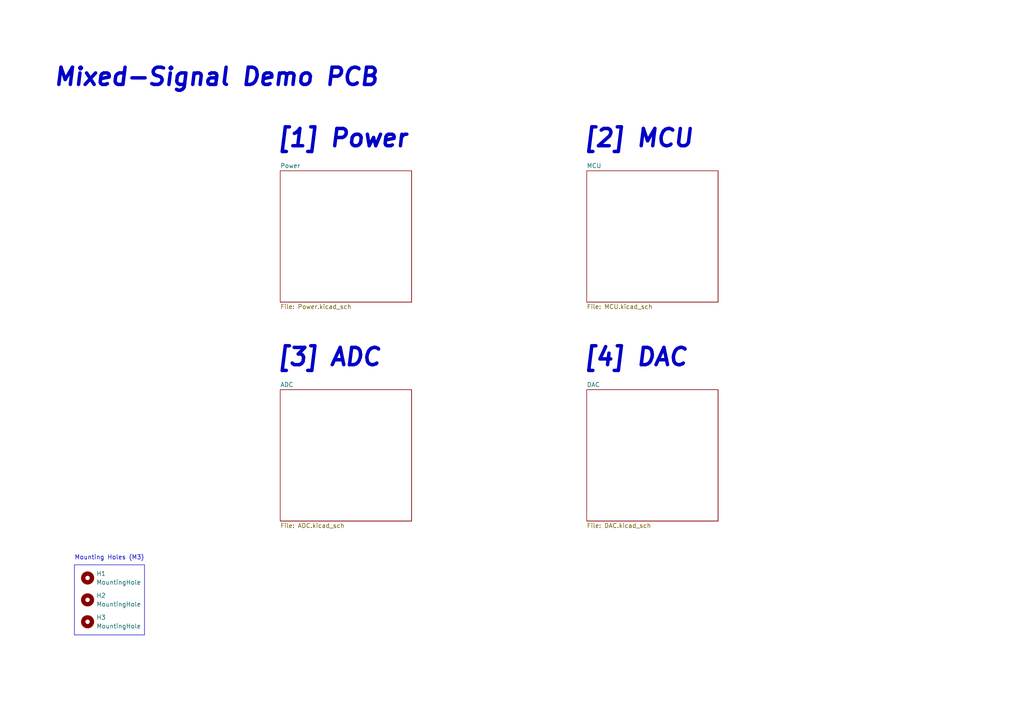
<source format=kicad_sch>
(kicad_sch (version 20230121) (generator eeschema)
  (paper "A4")
  (title_block (title "Mixed-Signal Demo PCB") (date "2022-01-04") (rev "0.1") (company "Phil's Lab"))
  (lib_symbols
    (symbol "Mechanical:MountingHole" (pin_names (offset 1.016))
      (property "Reference" "H" (at 0 5.08 0))
      (property "Value" "MountingHole" (at 0 3.175 0))
      (symbol "MountingHole_0_1"
        (circle (center 0 0) (radius 1.27) (stroke (width 1.27)))
      )
    )
  )
  (polyline (pts (xy 41.91 184.15) (xy 41.91 163.83)))
  (polyline (pts (xy 21.59 163.83) (xy 21.59 184.15)))
  (polyline (pts (xy 21.59 184.15) (xy 41.91 184.15)))
  (polyline (pts (xy 21.59 163.83) (xy 41.91 163.83)))
  (text "[4] DAC" (at 168.91 106.68 0) (effects (font (size 5.0038 5.0038) (thickness 1.0008) bold italic) (justify left bottom)))
  (text "Mixed-Signal Demo PCB" (at 15.24 25.4 0) (effects (font (size 5.0038 5.0038) (thickness 1.0008) bold italic) (justify left bottom)))
  (text "[3] ADC" (at 80.01 106.68 0) (effects (font (size 5.0038 5.0038) (thickness 1.0008) bold italic) (justify left bottom)))
  (text "Mounting Holes (M3)" (at 21.59 162.56 0) (effects (font (size 1.27 1.27)) (justify left bottom)))
  (text "[2] MCU" (at 168.91 43.18 0) (effects (font (size 5.0038 5.0038) (thickness 1.0008) bold italic) (justify left bottom)))
  (text "[1] Power" (at 80.01 43.18 0) (effects (font (size 5.0038 5.0038) (thickness 1.0008) bold italic) (justify left bottom)))
  (symbol (lib_id "Mechanical:MountingHole") (at 25.4 167.64 0) (unit 1)
    (property "Reference" "H1" (at 27.94 166.3699 0) (effects (justify left)))
    (property "Value" "MountingHole" (at 27.94 168.9099 0) (effects (justify left)))
    (property "Footprint" "MountingHole:MountingHole_3.2mm_M3" (effects hide))
  )
  (symbol (lib_id "Mechanical:MountingHole") (at 25.4 180.34 0) (unit 1)
    (property "Reference" "H3" (at 27.94 179.0699 0) (effects (justify left)))
    (property "Value" "MountingHole" (at 27.94 181.6099 0) (effects (justify left)))
    (property "Footprint" "MountingHole:MountingHole_3.2mm_M3" (effects hide))
  )
  (symbol (lib_id "Mechanical:MountingHole") (at 25.4 173.99 0) (unit 1)
    (property "Reference" "H2" (at 27.94 172.7199 0) (effects (justify left)))
    (property "Value" "MountingHole" (at 27.94 175.2599 0) (effects (justify left)))
    (property "Footprint" "MountingHole:MountingHole_3.2mm_M3" (effects hide))
  )
  (sheet (at 81.28 49.53) (size 38.1 38.1)
    (property "Sheetname" "Power" (at 81.28 48.8184 0) (effects (justify left bottom)))
    (property "Sheetfile" "Power.kicad_sch" (at 81.28 88.2146 0) (effects (justify left top)))
  )
  (sheet (at 170.18 49.53) (size 38.1 38.1)
    (property "Sheetname" "MCU" (at 170.18 48.8184 0) (effects (justify left bottom)))
    (property "Sheetfile" "MCU.kicad_sch" (at 170.18 88.2146 0) (effects (justify left top)))
  )
  (sheet (at 81.28 113.03) (size 38.1 38.1)
    (property "Sheetname" "ADC" (at 81.28 112.3184 0) (effects (justify left bottom)))
    (property "Sheetfile" "ADC.kicad_sch" (at 81.28 151.7146 0) (effects (justify left top)))
  )
  (sheet (at 170.18 113.03) (size 38.1 38.1)
    (property "Sheetname" "DAC" (at 170.18 112.3184 0) (effects (justify left bottom)))
    (property "Sheetfile" "DAC.kicad_sch" (at 170.18 151.7146 0) (effects (justify left top)))
  )
)
</source>
